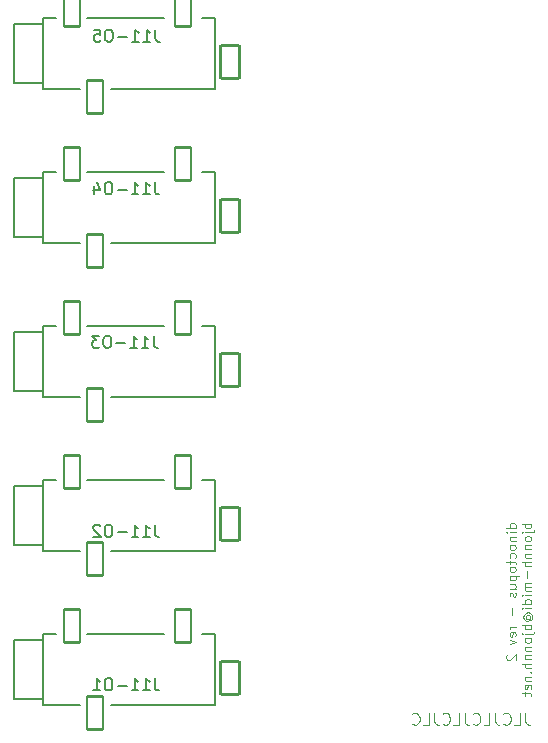
<source format=gbo>
G04 #@! TF.GenerationSoftware,KiCad,Pcbnew,8.0.1*
G04 #@! TF.CreationDate,2024-03-31T18:38:23-05:00*
G04 #@! TF.ProjectId,dinoctopus_v2,64696e6f-6374-46f7-9075-735f76322e6b,rev?*
G04 #@! TF.SameCoordinates,Original*
G04 #@! TF.FileFunction,Legend,Bot*
G04 #@! TF.FilePolarity,Positive*
%FSLAX46Y46*%
G04 Gerber Fmt 4.6, Leading zero omitted, Abs format (unit mm)*
G04 Created by KiCad (PCBNEW 8.0.1) date 2024-03-31 18:38:23*
%MOMM*%
%LPD*%
G01*
G04 APERTURE LIST*
G04 Aperture macros list*
%AMRoundRect*
0 Rectangle with rounded corners*
0 $1 Rounding radius*
0 $2 $3 $4 $5 $6 $7 $8 $9 X,Y pos of 4 corners*
0 Add a 4 corners polygon primitive as box body*
4,1,4,$2,$3,$4,$5,$6,$7,$8,$9,$2,$3,0*
0 Add four circle primitives for the rounded corners*
1,1,$1+$1,$2,$3*
1,1,$1+$1,$4,$5*
1,1,$1+$1,$6,$7*
1,1,$1+$1,$8,$9*
0 Add four rect primitives between the rounded corners*
20,1,$1+$1,$2,$3,$4,$5,0*
20,1,$1+$1,$4,$5,$6,$7,0*
20,1,$1+$1,$6,$7,$8,$9,0*
20,1,$1+$1,$8,$9,$2,$3,0*%
G04 Aperture macros list end*
%ADD10C,0.100000*%
%ADD11C,0.150000*%
%ADD12C,0.127000*%
%ADD13C,1.700000*%
%ADD14R,1.700000X1.700000*%
%ADD15O,1.700000X1.700000*%
%ADD16RoundRect,0.102000X-0.700000X-1.400000X0.700000X-1.400000X0.700000X1.400000X-0.700000X1.400000X0*%
%ADD17RoundRect,0.102000X-0.800000X-1.400000X0.800000X-1.400000X0.800000X1.400000X-0.800000X1.400000X0*%
G04 APERTURE END LIST*
D10*
X70410401Y-98872419D02*
X70410401Y-99586704D01*
X70410401Y-99586704D02*
X70458020Y-99729561D01*
X70458020Y-99729561D02*
X70553258Y-99824800D01*
X70553258Y-99824800D02*
X70696115Y-99872419D01*
X70696115Y-99872419D02*
X70791353Y-99872419D01*
X69458020Y-99872419D02*
X69934210Y-99872419D01*
X69934210Y-99872419D02*
X69934210Y-98872419D01*
X68553258Y-99777180D02*
X68600877Y-99824800D01*
X68600877Y-99824800D02*
X68743734Y-99872419D01*
X68743734Y-99872419D02*
X68838972Y-99872419D01*
X68838972Y-99872419D02*
X68981829Y-99824800D01*
X68981829Y-99824800D02*
X69077067Y-99729561D01*
X69077067Y-99729561D02*
X69124686Y-99634323D01*
X69124686Y-99634323D02*
X69172305Y-99443847D01*
X69172305Y-99443847D02*
X69172305Y-99300990D01*
X69172305Y-99300990D02*
X69124686Y-99110514D01*
X69124686Y-99110514D02*
X69077067Y-99015276D01*
X69077067Y-99015276D02*
X68981829Y-98920038D01*
X68981829Y-98920038D02*
X68838972Y-98872419D01*
X68838972Y-98872419D02*
X68743734Y-98872419D01*
X68743734Y-98872419D02*
X68600877Y-98920038D01*
X68600877Y-98920038D02*
X68553258Y-98967657D01*
X67838972Y-98872419D02*
X67838972Y-99586704D01*
X67838972Y-99586704D02*
X67886591Y-99729561D01*
X67886591Y-99729561D02*
X67981829Y-99824800D01*
X67981829Y-99824800D02*
X68124686Y-99872419D01*
X68124686Y-99872419D02*
X68219924Y-99872419D01*
X66886591Y-99872419D02*
X67362781Y-99872419D01*
X67362781Y-99872419D02*
X67362781Y-98872419D01*
X65981829Y-99777180D02*
X66029448Y-99824800D01*
X66029448Y-99824800D02*
X66172305Y-99872419D01*
X66172305Y-99872419D02*
X66267543Y-99872419D01*
X66267543Y-99872419D02*
X66410400Y-99824800D01*
X66410400Y-99824800D02*
X66505638Y-99729561D01*
X66505638Y-99729561D02*
X66553257Y-99634323D01*
X66553257Y-99634323D02*
X66600876Y-99443847D01*
X66600876Y-99443847D02*
X66600876Y-99300990D01*
X66600876Y-99300990D02*
X66553257Y-99110514D01*
X66553257Y-99110514D02*
X66505638Y-99015276D01*
X66505638Y-99015276D02*
X66410400Y-98920038D01*
X66410400Y-98920038D02*
X66267543Y-98872419D01*
X66267543Y-98872419D02*
X66172305Y-98872419D01*
X66172305Y-98872419D02*
X66029448Y-98920038D01*
X66029448Y-98920038D02*
X65981829Y-98967657D01*
X65267543Y-98872419D02*
X65267543Y-99586704D01*
X65267543Y-99586704D02*
X65315162Y-99729561D01*
X65315162Y-99729561D02*
X65410400Y-99824800D01*
X65410400Y-99824800D02*
X65553257Y-99872419D01*
X65553257Y-99872419D02*
X65648495Y-99872419D01*
X64315162Y-99872419D02*
X64791352Y-99872419D01*
X64791352Y-99872419D02*
X64791352Y-98872419D01*
X63410400Y-99777180D02*
X63458019Y-99824800D01*
X63458019Y-99824800D02*
X63600876Y-99872419D01*
X63600876Y-99872419D02*
X63696114Y-99872419D01*
X63696114Y-99872419D02*
X63838971Y-99824800D01*
X63838971Y-99824800D02*
X63934209Y-99729561D01*
X63934209Y-99729561D02*
X63981828Y-99634323D01*
X63981828Y-99634323D02*
X64029447Y-99443847D01*
X64029447Y-99443847D02*
X64029447Y-99300990D01*
X64029447Y-99300990D02*
X63981828Y-99110514D01*
X63981828Y-99110514D02*
X63934209Y-99015276D01*
X63934209Y-99015276D02*
X63838971Y-98920038D01*
X63838971Y-98920038D02*
X63696114Y-98872419D01*
X63696114Y-98872419D02*
X63600876Y-98872419D01*
X63600876Y-98872419D02*
X63458019Y-98920038D01*
X63458019Y-98920038D02*
X63410400Y-98967657D01*
X62696114Y-98872419D02*
X62696114Y-99586704D01*
X62696114Y-99586704D02*
X62743733Y-99729561D01*
X62743733Y-99729561D02*
X62838971Y-99824800D01*
X62838971Y-99824800D02*
X62981828Y-99872419D01*
X62981828Y-99872419D02*
X63077066Y-99872419D01*
X61743733Y-99872419D02*
X62219923Y-99872419D01*
X62219923Y-99872419D02*
X62219923Y-98872419D01*
X60838971Y-99777180D02*
X60886590Y-99824800D01*
X60886590Y-99824800D02*
X61029447Y-99872419D01*
X61029447Y-99872419D02*
X61124685Y-99872419D01*
X61124685Y-99872419D02*
X61267542Y-99824800D01*
X61267542Y-99824800D02*
X61362780Y-99729561D01*
X61362780Y-99729561D02*
X61410399Y-99634323D01*
X61410399Y-99634323D02*
X61458018Y-99443847D01*
X61458018Y-99443847D02*
X61458018Y-99300990D01*
X61458018Y-99300990D02*
X61410399Y-99110514D01*
X61410399Y-99110514D02*
X61362780Y-99015276D01*
X61362780Y-99015276D02*
X61267542Y-98920038D01*
X61267542Y-98920038D02*
X61124685Y-98872419D01*
X61124685Y-98872419D02*
X61029447Y-98872419D01*
X61029447Y-98872419D02*
X60886590Y-98920038D01*
X60886590Y-98920038D02*
X60838971Y-98967657D01*
X69608940Y-83199122D02*
X68808940Y-83199122D01*
X69570845Y-83199122D02*
X69608940Y-83122931D01*
X69608940Y-83122931D02*
X69608940Y-82970550D01*
X69608940Y-82970550D02*
X69570845Y-82894360D01*
X69570845Y-82894360D02*
X69532749Y-82856265D01*
X69532749Y-82856265D02*
X69456559Y-82818169D01*
X69456559Y-82818169D02*
X69227987Y-82818169D01*
X69227987Y-82818169D02*
X69151797Y-82856265D01*
X69151797Y-82856265D02*
X69113702Y-82894360D01*
X69113702Y-82894360D02*
X69075606Y-82970550D01*
X69075606Y-82970550D02*
X69075606Y-83122931D01*
X69075606Y-83122931D02*
X69113702Y-83199122D01*
X69608940Y-83580075D02*
X69075606Y-83580075D01*
X68808940Y-83580075D02*
X68847035Y-83541979D01*
X68847035Y-83541979D02*
X68885130Y-83580075D01*
X68885130Y-83580075D02*
X68847035Y-83618170D01*
X68847035Y-83618170D02*
X68808940Y-83580075D01*
X68808940Y-83580075D02*
X68885130Y-83580075D01*
X69075606Y-83961027D02*
X69608940Y-83961027D01*
X69151797Y-83961027D02*
X69113702Y-83999122D01*
X69113702Y-83999122D02*
X69075606Y-84075312D01*
X69075606Y-84075312D02*
X69075606Y-84189598D01*
X69075606Y-84189598D02*
X69113702Y-84265789D01*
X69113702Y-84265789D02*
X69189892Y-84303884D01*
X69189892Y-84303884D02*
X69608940Y-84303884D01*
X69608940Y-84799122D02*
X69570845Y-84722932D01*
X69570845Y-84722932D02*
X69532749Y-84684837D01*
X69532749Y-84684837D02*
X69456559Y-84646741D01*
X69456559Y-84646741D02*
X69227987Y-84646741D01*
X69227987Y-84646741D02*
X69151797Y-84684837D01*
X69151797Y-84684837D02*
X69113702Y-84722932D01*
X69113702Y-84722932D02*
X69075606Y-84799122D01*
X69075606Y-84799122D02*
X69075606Y-84913408D01*
X69075606Y-84913408D02*
X69113702Y-84989599D01*
X69113702Y-84989599D02*
X69151797Y-85027694D01*
X69151797Y-85027694D02*
X69227987Y-85065789D01*
X69227987Y-85065789D02*
X69456559Y-85065789D01*
X69456559Y-85065789D02*
X69532749Y-85027694D01*
X69532749Y-85027694D02*
X69570845Y-84989599D01*
X69570845Y-84989599D02*
X69608940Y-84913408D01*
X69608940Y-84913408D02*
X69608940Y-84799122D01*
X69570845Y-85751504D02*
X69608940Y-85675313D01*
X69608940Y-85675313D02*
X69608940Y-85522932D01*
X69608940Y-85522932D02*
X69570845Y-85446742D01*
X69570845Y-85446742D02*
X69532749Y-85408647D01*
X69532749Y-85408647D02*
X69456559Y-85370551D01*
X69456559Y-85370551D02*
X69227987Y-85370551D01*
X69227987Y-85370551D02*
X69151797Y-85408647D01*
X69151797Y-85408647D02*
X69113702Y-85446742D01*
X69113702Y-85446742D02*
X69075606Y-85522932D01*
X69075606Y-85522932D02*
X69075606Y-85675313D01*
X69075606Y-85675313D02*
X69113702Y-85751504D01*
X69075606Y-85980075D02*
X69075606Y-86284837D01*
X68808940Y-86094361D02*
X69494654Y-86094361D01*
X69494654Y-86094361D02*
X69570845Y-86132456D01*
X69570845Y-86132456D02*
X69608940Y-86208646D01*
X69608940Y-86208646D02*
X69608940Y-86284837D01*
X69608940Y-86665789D02*
X69570845Y-86589599D01*
X69570845Y-86589599D02*
X69532749Y-86551504D01*
X69532749Y-86551504D02*
X69456559Y-86513408D01*
X69456559Y-86513408D02*
X69227987Y-86513408D01*
X69227987Y-86513408D02*
X69151797Y-86551504D01*
X69151797Y-86551504D02*
X69113702Y-86589599D01*
X69113702Y-86589599D02*
X69075606Y-86665789D01*
X69075606Y-86665789D02*
X69075606Y-86780075D01*
X69075606Y-86780075D02*
X69113702Y-86856266D01*
X69113702Y-86856266D02*
X69151797Y-86894361D01*
X69151797Y-86894361D02*
X69227987Y-86932456D01*
X69227987Y-86932456D02*
X69456559Y-86932456D01*
X69456559Y-86932456D02*
X69532749Y-86894361D01*
X69532749Y-86894361D02*
X69570845Y-86856266D01*
X69570845Y-86856266D02*
X69608940Y-86780075D01*
X69608940Y-86780075D02*
X69608940Y-86665789D01*
X69075606Y-87275314D02*
X69875606Y-87275314D01*
X69113702Y-87275314D02*
X69075606Y-87351504D01*
X69075606Y-87351504D02*
X69075606Y-87503885D01*
X69075606Y-87503885D02*
X69113702Y-87580076D01*
X69113702Y-87580076D02*
X69151797Y-87618171D01*
X69151797Y-87618171D02*
X69227987Y-87656266D01*
X69227987Y-87656266D02*
X69456559Y-87656266D01*
X69456559Y-87656266D02*
X69532749Y-87618171D01*
X69532749Y-87618171D02*
X69570845Y-87580076D01*
X69570845Y-87580076D02*
X69608940Y-87503885D01*
X69608940Y-87503885D02*
X69608940Y-87351504D01*
X69608940Y-87351504D02*
X69570845Y-87275314D01*
X69075606Y-88341981D02*
X69608940Y-88341981D01*
X69075606Y-87999124D02*
X69494654Y-87999124D01*
X69494654Y-87999124D02*
X69570845Y-88037219D01*
X69570845Y-88037219D02*
X69608940Y-88113409D01*
X69608940Y-88113409D02*
X69608940Y-88227695D01*
X69608940Y-88227695D02*
X69570845Y-88303886D01*
X69570845Y-88303886D02*
X69532749Y-88341981D01*
X69570845Y-88684838D02*
X69608940Y-88761029D01*
X69608940Y-88761029D02*
X69608940Y-88913410D01*
X69608940Y-88913410D02*
X69570845Y-88989600D01*
X69570845Y-88989600D02*
X69494654Y-89027696D01*
X69494654Y-89027696D02*
X69456559Y-89027696D01*
X69456559Y-89027696D02*
X69380368Y-88989600D01*
X69380368Y-88989600D02*
X69342273Y-88913410D01*
X69342273Y-88913410D02*
X69342273Y-88799124D01*
X69342273Y-88799124D02*
X69304178Y-88722934D01*
X69304178Y-88722934D02*
X69227987Y-88684838D01*
X69227987Y-88684838D02*
X69189892Y-88684838D01*
X69189892Y-88684838D02*
X69113702Y-88722934D01*
X69113702Y-88722934D02*
X69075606Y-88799124D01*
X69075606Y-88799124D02*
X69075606Y-88913410D01*
X69075606Y-88913410D02*
X69113702Y-88989600D01*
X69304178Y-89980077D02*
X69304178Y-90589601D01*
X69608940Y-91580077D02*
X69075606Y-91580077D01*
X69227987Y-91580077D02*
X69151797Y-91618172D01*
X69151797Y-91618172D02*
X69113702Y-91656267D01*
X69113702Y-91656267D02*
X69075606Y-91732458D01*
X69075606Y-91732458D02*
X69075606Y-91808648D01*
X69570845Y-92380077D02*
X69608940Y-92303886D01*
X69608940Y-92303886D02*
X69608940Y-92151505D01*
X69608940Y-92151505D02*
X69570845Y-92075315D01*
X69570845Y-92075315D02*
X69494654Y-92037219D01*
X69494654Y-92037219D02*
X69189892Y-92037219D01*
X69189892Y-92037219D02*
X69113702Y-92075315D01*
X69113702Y-92075315D02*
X69075606Y-92151505D01*
X69075606Y-92151505D02*
X69075606Y-92303886D01*
X69075606Y-92303886D02*
X69113702Y-92380077D01*
X69113702Y-92380077D02*
X69189892Y-92418172D01*
X69189892Y-92418172D02*
X69266083Y-92418172D01*
X69266083Y-92418172D02*
X69342273Y-92037219D01*
X69075606Y-92684838D02*
X69608940Y-92875314D01*
X69608940Y-92875314D02*
X69075606Y-93065791D01*
X68885130Y-93941981D02*
X68847035Y-93980077D01*
X68847035Y-93980077D02*
X68808940Y-94056267D01*
X68808940Y-94056267D02*
X68808940Y-94246743D01*
X68808940Y-94246743D02*
X68847035Y-94322934D01*
X68847035Y-94322934D02*
X68885130Y-94361029D01*
X68885130Y-94361029D02*
X68961321Y-94399124D01*
X68961321Y-94399124D02*
X69037511Y-94399124D01*
X69037511Y-94399124D02*
X69151797Y-94361029D01*
X69151797Y-94361029D02*
X69608940Y-93903886D01*
X69608940Y-93903886D02*
X69608940Y-94399124D01*
X70896895Y-82856265D02*
X70096895Y-82856265D01*
X70401657Y-82856265D02*
X70363561Y-82932455D01*
X70363561Y-82932455D02*
X70363561Y-83084836D01*
X70363561Y-83084836D02*
X70401657Y-83161027D01*
X70401657Y-83161027D02*
X70439752Y-83199122D01*
X70439752Y-83199122D02*
X70515942Y-83237217D01*
X70515942Y-83237217D02*
X70744514Y-83237217D01*
X70744514Y-83237217D02*
X70820704Y-83199122D01*
X70820704Y-83199122D02*
X70858800Y-83161027D01*
X70858800Y-83161027D02*
X70896895Y-83084836D01*
X70896895Y-83084836D02*
X70896895Y-82932455D01*
X70896895Y-82932455D02*
X70858800Y-82856265D01*
X70363561Y-83580075D02*
X71049276Y-83580075D01*
X71049276Y-83580075D02*
X71125466Y-83541979D01*
X71125466Y-83541979D02*
X71163561Y-83465789D01*
X71163561Y-83465789D02*
X71163561Y-83427694D01*
X70096895Y-83580075D02*
X70134990Y-83541979D01*
X70134990Y-83541979D02*
X70173085Y-83580075D01*
X70173085Y-83580075D02*
X70134990Y-83618170D01*
X70134990Y-83618170D02*
X70096895Y-83580075D01*
X70096895Y-83580075D02*
X70173085Y-83580075D01*
X70896895Y-84075312D02*
X70858800Y-83999122D01*
X70858800Y-83999122D02*
X70820704Y-83961027D01*
X70820704Y-83961027D02*
X70744514Y-83922931D01*
X70744514Y-83922931D02*
X70515942Y-83922931D01*
X70515942Y-83922931D02*
X70439752Y-83961027D01*
X70439752Y-83961027D02*
X70401657Y-83999122D01*
X70401657Y-83999122D02*
X70363561Y-84075312D01*
X70363561Y-84075312D02*
X70363561Y-84189598D01*
X70363561Y-84189598D02*
X70401657Y-84265789D01*
X70401657Y-84265789D02*
X70439752Y-84303884D01*
X70439752Y-84303884D02*
X70515942Y-84341979D01*
X70515942Y-84341979D02*
X70744514Y-84341979D01*
X70744514Y-84341979D02*
X70820704Y-84303884D01*
X70820704Y-84303884D02*
X70858800Y-84265789D01*
X70858800Y-84265789D02*
X70896895Y-84189598D01*
X70896895Y-84189598D02*
X70896895Y-84075312D01*
X70363561Y-84684837D02*
X70896895Y-84684837D01*
X70439752Y-84684837D02*
X70401657Y-84722932D01*
X70401657Y-84722932D02*
X70363561Y-84799122D01*
X70363561Y-84799122D02*
X70363561Y-84913408D01*
X70363561Y-84913408D02*
X70401657Y-84989599D01*
X70401657Y-84989599D02*
X70477847Y-85027694D01*
X70477847Y-85027694D02*
X70896895Y-85027694D01*
X70363561Y-85408647D02*
X70896895Y-85408647D01*
X70439752Y-85408647D02*
X70401657Y-85446742D01*
X70401657Y-85446742D02*
X70363561Y-85522932D01*
X70363561Y-85522932D02*
X70363561Y-85637218D01*
X70363561Y-85637218D02*
X70401657Y-85713409D01*
X70401657Y-85713409D02*
X70477847Y-85751504D01*
X70477847Y-85751504D02*
X70896895Y-85751504D01*
X70896895Y-86132457D02*
X70096895Y-86132457D01*
X70896895Y-86475314D02*
X70477847Y-86475314D01*
X70477847Y-86475314D02*
X70401657Y-86437219D01*
X70401657Y-86437219D02*
X70363561Y-86361028D01*
X70363561Y-86361028D02*
X70363561Y-86246742D01*
X70363561Y-86246742D02*
X70401657Y-86170552D01*
X70401657Y-86170552D02*
X70439752Y-86132457D01*
X70592133Y-86856267D02*
X70592133Y-87465791D01*
X70896895Y-87846743D02*
X70363561Y-87846743D01*
X70439752Y-87846743D02*
X70401657Y-87884838D01*
X70401657Y-87884838D02*
X70363561Y-87961028D01*
X70363561Y-87961028D02*
X70363561Y-88075314D01*
X70363561Y-88075314D02*
X70401657Y-88151505D01*
X70401657Y-88151505D02*
X70477847Y-88189600D01*
X70477847Y-88189600D02*
X70896895Y-88189600D01*
X70477847Y-88189600D02*
X70401657Y-88227695D01*
X70401657Y-88227695D02*
X70363561Y-88303886D01*
X70363561Y-88303886D02*
X70363561Y-88418171D01*
X70363561Y-88418171D02*
X70401657Y-88494362D01*
X70401657Y-88494362D02*
X70477847Y-88532457D01*
X70477847Y-88532457D02*
X70896895Y-88532457D01*
X70896895Y-88913410D02*
X70363561Y-88913410D01*
X70096895Y-88913410D02*
X70134990Y-88875314D01*
X70134990Y-88875314D02*
X70173085Y-88913410D01*
X70173085Y-88913410D02*
X70134990Y-88951505D01*
X70134990Y-88951505D02*
X70096895Y-88913410D01*
X70096895Y-88913410D02*
X70173085Y-88913410D01*
X70896895Y-89637219D02*
X70096895Y-89637219D01*
X70858800Y-89637219D02*
X70896895Y-89561028D01*
X70896895Y-89561028D02*
X70896895Y-89408647D01*
X70896895Y-89408647D02*
X70858800Y-89332457D01*
X70858800Y-89332457D02*
X70820704Y-89294362D01*
X70820704Y-89294362D02*
X70744514Y-89256266D01*
X70744514Y-89256266D02*
X70515942Y-89256266D01*
X70515942Y-89256266D02*
X70439752Y-89294362D01*
X70439752Y-89294362D02*
X70401657Y-89332457D01*
X70401657Y-89332457D02*
X70363561Y-89408647D01*
X70363561Y-89408647D02*
X70363561Y-89561028D01*
X70363561Y-89561028D02*
X70401657Y-89637219D01*
X70896895Y-90018172D02*
X70363561Y-90018172D01*
X70096895Y-90018172D02*
X70134990Y-89980076D01*
X70134990Y-89980076D02*
X70173085Y-90018172D01*
X70173085Y-90018172D02*
X70134990Y-90056267D01*
X70134990Y-90056267D02*
X70096895Y-90018172D01*
X70096895Y-90018172D02*
X70173085Y-90018172D01*
X70515942Y-90894362D02*
X70477847Y-90856267D01*
X70477847Y-90856267D02*
X70439752Y-90780076D01*
X70439752Y-90780076D02*
X70439752Y-90703886D01*
X70439752Y-90703886D02*
X70477847Y-90627695D01*
X70477847Y-90627695D02*
X70515942Y-90589600D01*
X70515942Y-90589600D02*
X70592133Y-90551505D01*
X70592133Y-90551505D02*
X70668323Y-90551505D01*
X70668323Y-90551505D02*
X70744514Y-90589600D01*
X70744514Y-90589600D02*
X70782609Y-90627695D01*
X70782609Y-90627695D02*
X70820704Y-90703886D01*
X70820704Y-90703886D02*
X70820704Y-90780076D01*
X70820704Y-90780076D02*
X70782609Y-90856267D01*
X70782609Y-90856267D02*
X70744514Y-90894362D01*
X70439752Y-90894362D02*
X70744514Y-90894362D01*
X70744514Y-90894362D02*
X70782609Y-90932457D01*
X70782609Y-90932457D02*
X70782609Y-90970552D01*
X70782609Y-90970552D02*
X70744514Y-91046743D01*
X70744514Y-91046743D02*
X70668323Y-91084838D01*
X70668323Y-91084838D02*
X70477847Y-91084838D01*
X70477847Y-91084838D02*
X70363561Y-91008648D01*
X70363561Y-91008648D02*
X70287371Y-90894362D01*
X70287371Y-90894362D02*
X70249276Y-90741981D01*
X70249276Y-90741981D02*
X70287371Y-90589600D01*
X70287371Y-90589600D02*
X70363561Y-90475314D01*
X70363561Y-90475314D02*
X70477847Y-90399124D01*
X70477847Y-90399124D02*
X70630228Y-90361028D01*
X70630228Y-90361028D02*
X70782609Y-90399124D01*
X70782609Y-90399124D02*
X70896895Y-90475314D01*
X70896895Y-90475314D02*
X70973085Y-90589600D01*
X70973085Y-90589600D02*
X71011180Y-90741981D01*
X71011180Y-90741981D02*
X70973085Y-90894362D01*
X70973085Y-90894362D02*
X70896895Y-91008648D01*
X70896895Y-91427695D02*
X70096895Y-91427695D01*
X70401657Y-91427695D02*
X70363561Y-91503885D01*
X70363561Y-91503885D02*
X70363561Y-91656266D01*
X70363561Y-91656266D02*
X70401657Y-91732457D01*
X70401657Y-91732457D02*
X70439752Y-91770552D01*
X70439752Y-91770552D02*
X70515942Y-91808647D01*
X70515942Y-91808647D02*
X70744514Y-91808647D01*
X70744514Y-91808647D02*
X70820704Y-91770552D01*
X70820704Y-91770552D02*
X70858800Y-91732457D01*
X70858800Y-91732457D02*
X70896895Y-91656266D01*
X70896895Y-91656266D02*
X70896895Y-91503885D01*
X70896895Y-91503885D02*
X70858800Y-91427695D01*
X70363561Y-92151505D02*
X71049276Y-92151505D01*
X71049276Y-92151505D02*
X71125466Y-92113409D01*
X71125466Y-92113409D02*
X71163561Y-92037219D01*
X71163561Y-92037219D02*
X71163561Y-91999124D01*
X70096895Y-92151505D02*
X70134990Y-92113409D01*
X70134990Y-92113409D02*
X70173085Y-92151505D01*
X70173085Y-92151505D02*
X70134990Y-92189600D01*
X70134990Y-92189600D02*
X70096895Y-92151505D01*
X70096895Y-92151505D02*
X70173085Y-92151505D01*
X70896895Y-92646742D02*
X70858800Y-92570552D01*
X70858800Y-92570552D02*
X70820704Y-92532457D01*
X70820704Y-92532457D02*
X70744514Y-92494361D01*
X70744514Y-92494361D02*
X70515942Y-92494361D01*
X70515942Y-92494361D02*
X70439752Y-92532457D01*
X70439752Y-92532457D02*
X70401657Y-92570552D01*
X70401657Y-92570552D02*
X70363561Y-92646742D01*
X70363561Y-92646742D02*
X70363561Y-92761028D01*
X70363561Y-92761028D02*
X70401657Y-92837219D01*
X70401657Y-92837219D02*
X70439752Y-92875314D01*
X70439752Y-92875314D02*
X70515942Y-92913409D01*
X70515942Y-92913409D02*
X70744514Y-92913409D01*
X70744514Y-92913409D02*
X70820704Y-92875314D01*
X70820704Y-92875314D02*
X70858800Y-92837219D01*
X70858800Y-92837219D02*
X70896895Y-92761028D01*
X70896895Y-92761028D02*
X70896895Y-92646742D01*
X70363561Y-93256267D02*
X70896895Y-93256267D01*
X70439752Y-93256267D02*
X70401657Y-93294362D01*
X70401657Y-93294362D02*
X70363561Y-93370552D01*
X70363561Y-93370552D02*
X70363561Y-93484838D01*
X70363561Y-93484838D02*
X70401657Y-93561029D01*
X70401657Y-93561029D02*
X70477847Y-93599124D01*
X70477847Y-93599124D02*
X70896895Y-93599124D01*
X70363561Y-93980077D02*
X70896895Y-93980077D01*
X70439752Y-93980077D02*
X70401657Y-94018172D01*
X70401657Y-94018172D02*
X70363561Y-94094362D01*
X70363561Y-94094362D02*
X70363561Y-94208648D01*
X70363561Y-94208648D02*
X70401657Y-94284839D01*
X70401657Y-94284839D02*
X70477847Y-94322934D01*
X70477847Y-94322934D02*
X70896895Y-94322934D01*
X70896895Y-94703887D02*
X70096895Y-94703887D01*
X70896895Y-95046744D02*
X70477847Y-95046744D01*
X70477847Y-95046744D02*
X70401657Y-95008649D01*
X70401657Y-95008649D02*
X70363561Y-94932458D01*
X70363561Y-94932458D02*
X70363561Y-94818172D01*
X70363561Y-94818172D02*
X70401657Y-94741982D01*
X70401657Y-94741982D02*
X70439752Y-94703887D01*
X70820704Y-95427697D02*
X70858800Y-95465792D01*
X70858800Y-95465792D02*
X70896895Y-95427697D01*
X70896895Y-95427697D02*
X70858800Y-95389601D01*
X70858800Y-95389601D02*
X70820704Y-95427697D01*
X70820704Y-95427697D02*
X70896895Y-95427697D01*
X70363561Y-95808649D02*
X70896895Y-95808649D01*
X70439752Y-95808649D02*
X70401657Y-95846744D01*
X70401657Y-95846744D02*
X70363561Y-95922934D01*
X70363561Y-95922934D02*
X70363561Y-96037220D01*
X70363561Y-96037220D02*
X70401657Y-96113411D01*
X70401657Y-96113411D02*
X70477847Y-96151506D01*
X70477847Y-96151506D02*
X70896895Y-96151506D01*
X70858800Y-96837221D02*
X70896895Y-96761030D01*
X70896895Y-96761030D02*
X70896895Y-96608649D01*
X70896895Y-96608649D02*
X70858800Y-96532459D01*
X70858800Y-96532459D02*
X70782609Y-96494363D01*
X70782609Y-96494363D02*
X70477847Y-96494363D01*
X70477847Y-96494363D02*
X70401657Y-96532459D01*
X70401657Y-96532459D02*
X70363561Y-96608649D01*
X70363561Y-96608649D02*
X70363561Y-96761030D01*
X70363561Y-96761030D02*
X70401657Y-96837221D01*
X70401657Y-96837221D02*
X70477847Y-96875316D01*
X70477847Y-96875316D02*
X70554038Y-96875316D01*
X70554038Y-96875316D02*
X70630228Y-96494363D01*
X70363561Y-97103887D02*
X70363561Y-97408649D01*
X70096895Y-97218173D02*
X70782609Y-97218173D01*
X70782609Y-97218173D02*
X70858800Y-97256268D01*
X70858800Y-97256268D02*
X70896895Y-97332458D01*
X70896895Y-97332458D02*
X70896895Y-97408649D01*
D11*
X39057610Y-41027397D02*
X39057610Y-41742892D01*
X39057610Y-41742892D02*
X39105310Y-41885991D01*
X39105310Y-41885991D02*
X39200709Y-41981391D01*
X39200709Y-41981391D02*
X39343808Y-42029090D01*
X39343808Y-42029090D02*
X39439208Y-42029090D01*
X38055917Y-42029090D02*
X38628313Y-42029090D01*
X38342115Y-42029090D02*
X38342115Y-41027397D01*
X38342115Y-41027397D02*
X38437514Y-41170496D01*
X38437514Y-41170496D02*
X38532914Y-41265896D01*
X38532914Y-41265896D02*
X38628313Y-41313595D01*
X37101924Y-42029090D02*
X37674320Y-42029090D01*
X37388122Y-42029090D02*
X37388122Y-41027397D01*
X37388122Y-41027397D02*
X37483521Y-41170496D01*
X37483521Y-41170496D02*
X37578921Y-41265896D01*
X37578921Y-41265896D02*
X37674320Y-41313595D01*
X36672627Y-41647493D02*
X35909433Y-41647493D01*
X35241638Y-41027397D02*
X35050839Y-41027397D01*
X35050839Y-41027397D02*
X34955440Y-41075097D01*
X34955440Y-41075097D02*
X34860040Y-41170496D01*
X34860040Y-41170496D02*
X34812341Y-41361295D01*
X34812341Y-41361295D02*
X34812341Y-41695193D01*
X34812341Y-41695193D02*
X34860040Y-41885991D01*
X34860040Y-41885991D02*
X34955440Y-41981391D01*
X34955440Y-41981391D02*
X35050839Y-42029090D01*
X35050839Y-42029090D02*
X35241638Y-42029090D01*
X35241638Y-42029090D02*
X35337037Y-41981391D01*
X35337037Y-41981391D02*
X35432436Y-41885991D01*
X35432436Y-41885991D02*
X35480136Y-41695193D01*
X35480136Y-41695193D02*
X35480136Y-41361295D01*
X35480136Y-41361295D02*
X35432436Y-41170496D01*
X35432436Y-41170496D02*
X35337037Y-41075097D01*
X35337037Y-41075097D02*
X35241638Y-41027397D01*
X33906047Y-41027397D02*
X34383043Y-41027397D01*
X34383043Y-41027397D02*
X34430743Y-41504394D01*
X34430743Y-41504394D02*
X34383043Y-41456694D01*
X34383043Y-41456694D02*
X34287644Y-41408995D01*
X34287644Y-41408995D02*
X34049146Y-41408995D01*
X34049146Y-41408995D02*
X33953746Y-41456694D01*
X33953746Y-41456694D02*
X33906047Y-41504394D01*
X33906047Y-41504394D02*
X33858347Y-41599793D01*
X33858347Y-41599793D02*
X33858347Y-41838292D01*
X33858347Y-41838292D02*
X33906047Y-41933691D01*
X33906047Y-41933691D02*
X33953746Y-41981391D01*
X33953746Y-41981391D02*
X34049146Y-42029090D01*
X34049146Y-42029090D02*
X34287644Y-42029090D01*
X34287644Y-42029090D02*
X34383043Y-41981391D01*
X34383043Y-41981391D02*
X34430743Y-41933691D01*
X39032682Y-53953909D02*
X39032682Y-54669404D01*
X39032682Y-54669404D02*
X39080382Y-54812503D01*
X39080382Y-54812503D02*
X39175781Y-54907903D01*
X39175781Y-54907903D02*
X39318880Y-54955602D01*
X39318880Y-54955602D02*
X39414280Y-54955602D01*
X38030989Y-54955602D02*
X38603385Y-54955602D01*
X38317187Y-54955602D02*
X38317187Y-53953909D01*
X38317187Y-53953909D02*
X38412586Y-54097008D01*
X38412586Y-54097008D02*
X38507986Y-54192408D01*
X38507986Y-54192408D02*
X38603385Y-54240107D01*
X37076996Y-54955602D02*
X37649392Y-54955602D01*
X37363194Y-54955602D02*
X37363194Y-53953909D01*
X37363194Y-53953909D02*
X37458593Y-54097008D01*
X37458593Y-54097008D02*
X37553993Y-54192408D01*
X37553993Y-54192408D02*
X37649392Y-54240107D01*
X36647699Y-54574005D02*
X35884505Y-54574005D01*
X35216710Y-53953909D02*
X35025911Y-53953909D01*
X35025911Y-53953909D02*
X34930512Y-54001609D01*
X34930512Y-54001609D02*
X34835112Y-54097008D01*
X34835112Y-54097008D02*
X34787413Y-54287807D01*
X34787413Y-54287807D02*
X34787413Y-54621705D01*
X34787413Y-54621705D02*
X34835112Y-54812503D01*
X34835112Y-54812503D02*
X34930512Y-54907903D01*
X34930512Y-54907903D02*
X35025911Y-54955602D01*
X35025911Y-54955602D02*
X35216710Y-54955602D01*
X35216710Y-54955602D02*
X35312109Y-54907903D01*
X35312109Y-54907903D02*
X35407508Y-54812503D01*
X35407508Y-54812503D02*
X35455208Y-54621705D01*
X35455208Y-54621705D02*
X35455208Y-54287807D01*
X35455208Y-54287807D02*
X35407508Y-54097008D01*
X35407508Y-54097008D02*
X35312109Y-54001609D01*
X35312109Y-54001609D02*
X35216710Y-53953909D01*
X33928818Y-54287807D02*
X33928818Y-54955602D01*
X34167317Y-53906210D02*
X34405815Y-54621705D01*
X34405815Y-54621705D02*
X33785719Y-54621705D01*
X38932682Y-66953909D02*
X38932682Y-67669404D01*
X38932682Y-67669404D02*
X38980382Y-67812503D01*
X38980382Y-67812503D02*
X39075781Y-67907903D01*
X39075781Y-67907903D02*
X39218880Y-67955602D01*
X39218880Y-67955602D02*
X39314280Y-67955602D01*
X37930989Y-67955602D02*
X38503385Y-67955602D01*
X38217187Y-67955602D02*
X38217187Y-66953909D01*
X38217187Y-66953909D02*
X38312586Y-67097008D01*
X38312586Y-67097008D02*
X38407986Y-67192408D01*
X38407986Y-67192408D02*
X38503385Y-67240107D01*
X36976996Y-67955602D02*
X37549392Y-67955602D01*
X37263194Y-67955602D02*
X37263194Y-66953909D01*
X37263194Y-66953909D02*
X37358593Y-67097008D01*
X37358593Y-67097008D02*
X37453993Y-67192408D01*
X37453993Y-67192408D02*
X37549392Y-67240107D01*
X36547699Y-67574005D02*
X35784505Y-67574005D01*
X35116710Y-66953909D02*
X34925911Y-66953909D01*
X34925911Y-66953909D02*
X34830512Y-67001609D01*
X34830512Y-67001609D02*
X34735112Y-67097008D01*
X34735112Y-67097008D02*
X34687413Y-67287807D01*
X34687413Y-67287807D02*
X34687413Y-67621705D01*
X34687413Y-67621705D02*
X34735112Y-67812503D01*
X34735112Y-67812503D02*
X34830512Y-67907903D01*
X34830512Y-67907903D02*
X34925911Y-67955602D01*
X34925911Y-67955602D02*
X35116710Y-67955602D01*
X35116710Y-67955602D02*
X35212109Y-67907903D01*
X35212109Y-67907903D02*
X35307508Y-67812503D01*
X35307508Y-67812503D02*
X35355208Y-67621705D01*
X35355208Y-67621705D02*
X35355208Y-67287807D01*
X35355208Y-67287807D02*
X35307508Y-67097008D01*
X35307508Y-67097008D02*
X35212109Y-67001609D01*
X35212109Y-67001609D02*
X35116710Y-66953909D01*
X34353515Y-66953909D02*
X33733419Y-66953909D01*
X33733419Y-66953909D02*
X34067317Y-67335507D01*
X34067317Y-67335507D02*
X33924218Y-67335507D01*
X33924218Y-67335507D02*
X33828818Y-67383206D01*
X33828818Y-67383206D02*
X33781119Y-67430906D01*
X33781119Y-67430906D02*
X33733419Y-67526305D01*
X33733419Y-67526305D02*
X33733419Y-67764804D01*
X33733419Y-67764804D02*
X33781119Y-67860203D01*
X33781119Y-67860203D02*
X33828818Y-67907903D01*
X33828818Y-67907903D02*
X33924218Y-67955602D01*
X33924218Y-67955602D02*
X34210416Y-67955602D01*
X34210416Y-67955602D02*
X34305815Y-67907903D01*
X34305815Y-67907903D02*
X34353515Y-67860203D01*
X39032682Y-95953909D02*
X39032682Y-96669404D01*
X39032682Y-96669404D02*
X39080382Y-96812503D01*
X39080382Y-96812503D02*
X39175781Y-96907903D01*
X39175781Y-96907903D02*
X39318880Y-96955602D01*
X39318880Y-96955602D02*
X39414280Y-96955602D01*
X38030989Y-96955602D02*
X38603385Y-96955602D01*
X38317187Y-96955602D02*
X38317187Y-95953909D01*
X38317187Y-95953909D02*
X38412586Y-96097008D01*
X38412586Y-96097008D02*
X38507986Y-96192408D01*
X38507986Y-96192408D02*
X38603385Y-96240107D01*
X37076996Y-96955602D02*
X37649392Y-96955602D01*
X37363194Y-96955602D02*
X37363194Y-95953909D01*
X37363194Y-95953909D02*
X37458593Y-96097008D01*
X37458593Y-96097008D02*
X37553993Y-96192408D01*
X37553993Y-96192408D02*
X37649392Y-96240107D01*
X36647699Y-96574005D02*
X35884505Y-96574005D01*
X35216710Y-95953909D02*
X35025911Y-95953909D01*
X35025911Y-95953909D02*
X34930512Y-96001609D01*
X34930512Y-96001609D02*
X34835112Y-96097008D01*
X34835112Y-96097008D02*
X34787413Y-96287807D01*
X34787413Y-96287807D02*
X34787413Y-96621705D01*
X34787413Y-96621705D02*
X34835112Y-96812503D01*
X34835112Y-96812503D02*
X34930512Y-96907903D01*
X34930512Y-96907903D02*
X35025911Y-96955602D01*
X35025911Y-96955602D02*
X35216710Y-96955602D01*
X35216710Y-96955602D02*
X35312109Y-96907903D01*
X35312109Y-96907903D02*
X35407508Y-96812503D01*
X35407508Y-96812503D02*
X35455208Y-96621705D01*
X35455208Y-96621705D02*
X35455208Y-96287807D01*
X35455208Y-96287807D02*
X35407508Y-96097008D01*
X35407508Y-96097008D02*
X35312109Y-96001609D01*
X35312109Y-96001609D02*
X35216710Y-95953909D01*
X33833419Y-96955602D02*
X34405815Y-96955602D01*
X34119617Y-96955602D02*
X34119617Y-95953909D01*
X34119617Y-95953909D02*
X34215016Y-96097008D01*
X34215016Y-96097008D02*
X34310416Y-96192408D01*
X34310416Y-96192408D02*
X34405815Y-96240107D01*
X39032682Y-82953909D02*
X39032682Y-83669404D01*
X39032682Y-83669404D02*
X39080382Y-83812503D01*
X39080382Y-83812503D02*
X39175781Y-83907903D01*
X39175781Y-83907903D02*
X39318880Y-83955602D01*
X39318880Y-83955602D02*
X39414280Y-83955602D01*
X38030989Y-83955602D02*
X38603385Y-83955602D01*
X38317187Y-83955602D02*
X38317187Y-82953909D01*
X38317187Y-82953909D02*
X38412586Y-83097008D01*
X38412586Y-83097008D02*
X38507986Y-83192408D01*
X38507986Y-83192408D02*
X38603385Y-83240107D01*
X37076996Y-83955602D02*
X37649392Y-83955602D01*
X37363194Y-83955602D02*
X37363194Y-82953909D01*
X37363194Y-82953909D02*
X37458593Y-83097008D01*
X37458593Y-83097008D02*
X37553993Y-83192408D01*
X37553993Y-83192408D02*
X37649392Y-83240107D01*
X36647699Y-83574005D02*
X35884505Y-83574005D01*
X35216710Y-82953909D02*
X35025911Y-82953909D01*
X35025911Y-82953909D02*
X34930512Y-83001609D01*
X34930512Y-83001609D02*
X34835112Y-83097008D01*
X34835112Y-83097008D02*
X34787413Y-83287807D01*
X34787413Y-83287807D02*
X34787413Y-83621705D01*
X34787413Y-83621705D02*
X34835112Y-83812503D01*
X34835112Y-83812503D02*
X34930512Y-83907903D01*
X34930512Y-83907903D02*
X35025911Y-83955602D01*
X35025911Y-83955602D02*
X35216710Y-83955602D01*
X35216710Y-83955602D02*
X35312109Y-83907903D01*
X35312109Y-83907903D02*
X35407508Y-83812503D01*
X35407508Y-83812503D02*
X35455208Y-83621705D01*
X35455208Y-83621705D02*
X35455208Y-83287807D01*
X35455208Y-83287807D02*
X35407508Y-83097008D01*
X35407508Y-83097008D02*
X35312109Y-83001609D01*
X35312109Y-83001609D02*
X35216710Y-82953909D01*
X34405815Y-83049309D02*
X34358115Y-83001609D01*
X34358115Y-83001609D02*
X34262716Y-82953909D01*
X34262716Y-82953909D02*
X34024218Y-82953909D01*
X34024218Y-82953909D02*
X33928818Y-83001609D01*
X33928818Y-83001609D02*
X33881119Y-83049309D01*
X33881119Y-83049309D02*
X33833419Y-83144708D01*
X33833419Y-83144708D02*
X33833419Y-83240107D01*
X33833419Y-83240107D02*
X33881119Y-83383206D01*
X33881119Y-83383206D02*
X34453515Y-83955602D01*
X34453515Y-83955602D02*
X33833419Y-83955602D01*
D12*
X27100000Y-40522222D02*
X27100000Y-45522222D01*
X27100000Y-45522222D02*
X29600000Y-45522222D01*
X29600000Y-40522222D02*
X27100000Y-40522222D01*
X29600000Y-40522222D02*
X29600000Y-40022222D01*
X29600000Y-45522222D02*
X29600000Y-40522222D01*
X29600000Y-46022222D02*
X29600000Y-45522222D01*
X30700000Y-40022222D02*
X29600000Y-40022222D01*
X32700000Y-46022222D02*
X29600000Y-46022222D01*
X39800000Y-40022222D02*
X33300000Y-40022222D01*
X44100000Y-40022222D02*
X43000000Y-40022222D01*
X44100000Y-40022222D02*
X44100000Y-46022222D01*
X44100000Y-46022222D02*
X35300000Y-46022222D01*
X27100000Y-53566666D02*
X27100000Y-58566666D01*
X27100000Y-58566666D02*
X29600000Y-58566666D01*
X29600000Y-53566666D02*
X27100000Y-53566666D01*
X29600000Y-53566666D02*
X29600000Y-53066666D01*
X29600000Y-58566666D02*
X29600000Y-53566666D01*
X29600000Y-59066666D02*
X29600000Y-58566666D01*
X30700000Y-53066666D02*
X29600000Y-53066666D01*
X32700000Y-59066666D02*
X29600000Y-59066666D01*
X39800000Y-53066666D02*
X33300000Y-53066666D01*
X44100000Y-53066666D02*
X43000000Y-53066666D01*
X44100000Y-53066666D02*
X44100000Y-59066666D01*
X44100000Y-59066666D02*
X35300000Y-59066666D01*
X27100000Y-66611110D02*
X27100000Y-71611110D01*
X27100000Y-71611110D02*
X29600000Y-71611110D01*
X29600000Y-66611110D02*
X27100000Y-66611110D01*
X29600000Y-66611110D02*
X29600000Y-66111110D01*
X29600000Y-71611110D02*
X29600000Y-66611110D01*
X29600000Y-72111110D02*
X29600000Y-71611110D01*
X30700000Y-66111110D02*
X29600000Y-66111110D01*
X32700000Y-72111110D02*
X29600000Y-72111110D01*
X39800000Y-66111110D02*
X33300000Y-66111110D01*
X44100000Y-66111110D02*
X43000000Y-66111110D01*
X44100000Y-66111110D02*
X44100000Y-72111110D01*
X44100000Y-72111110D02*
X35300000Y-72111110D01*
X44100000Y-98199998D02*
X35300000Y-98199998D01*
X44100000Y-92199998D02*
X44100000Y-98199998D01*
X44100000Y-92199998D02*
X43000000Y-92199998D01*
X39800000Y-92199998D02*
X33300000Y-92199998D01*
X32700000Y-98199998D02*
X29600000Y-98199998D01*
X30700000Y-92199998D02*
X29600000Y-92199998D01*
X29600000Y-98199998D02*
X29600000Y-97699998D01*
X29600000Y-97699998D02*
X29600000Y-92699998D01*
X29600000Y-92699998D02*
X29600000Y-92199998D01*
X29600000Y-92699998D02*
X27100000Y-92699998D01*
X27100000Y-97699998D02*
X29600000Y-97699998D01*
X27100000Y-92699998D02*
X27100000Y-97699998D01*
X27100000Y-79655554D02*
X27100000Y-84655554D01*
X27100000Y-84655554D02*
X29600000Y-84655554D01*
X29600000Y-79655554D02*
X27100000Y-79655554D01*
X29600000Y-79655554D02*
X29600000Y-79155554D01*
X29600000Y-84655554D02*
X29600000Y-79655554D01*
X29600000Y-85155554D02*
X29600000Y-84655554D01*
X30700000Y-79155554D02*
X29600000Y-79155554D01*
X32700000Y-85155554D02*
X29600000Y-85155554D01*
X39800000Y-79155554D02*
X33300000Y-79155554D01*
X44100000Y-79155554D02*
X43000000Y-79155554D01*
X44100000Y-79155554D02*
X44100000Y-85155554D01*
X44100000Y-85155554D02*
X35300000Y-85155554D01*
%LPC*%
D13*
X33100000Y-75633332D03*
X40100000Y-75633332D03*
X33100000Y-36500000D03*
X40100000Y-36500000D03*
D14*
X69000000Y-31866932D03*
D15*
X69000000Y-34406932D03*
X69000000Y-36946932D03*
X69000000Y-39486932D03*
X69000000Y-42026932D03*
X69000000Y-44566932D03*
X69000000Y-47106932D03*
X69000000Y-49646932D03*
X69000000Y-52186932D03*
X69000000Y-54726932D03*
X69000000Y-57266932D03*
X69000000Y-59806932D03*
X69000000Y-62346932D03*
X69000000Y-64886932D03*
X69000000Y-67426932D03*
X69000000Y-69966932D03*
X69000000Y-72506932D03*
X69000000Y-75046932D03*
X69000000Y-77586932D03*
X69000000Y-80126932D03*
D13*
X33100000Y-49544444D03*
X40100000Y-49544444D03*
D15*
X51217784Y-80125663D03*
X51217784Y-77585663D03*
X51217784Y-75045663D03*
X51217784Y-72505663D03*
X51217784Y-69965663D03*
X51217784Y-67425663D03*
X51217784Y-64885663D03*
X51217784Y-62345663D03*
X51217784Y-59805663D03*
X51217784Y-57265663D03*
X51217784Y-54725663D03*
X51217784Y-52185663D03*
X51217784Y-49645663D03*
X51217784Y-47105663D03*
X51217784Y-44565663D03*
X51217784Y-42025663D03*
X51217784Y-39485663D03*
X51217784Y-36945663D03*
X51217784Y-34405663D03*
D14*
X51217784Y-31865663D03*
D13*
X33100000Y-88677776D03*
X40100000Y-88677776D03*
X33100000Y-62588888D03*
X40100000Y-62588888D03*
X33100000Y-43022222D03*
X40100000Y-43022222D03*
D16*
X32000000Y-39322222D03*
X41400000Y-39322222D03*
X34000000Y-46722222D03*
D17*
X45400000Y-43772222D03*
D13*
X33100000Y-56066666D03*
X40100000Y-56066666D03*
D16*
X32000000Y-52366666D03*
X41400000Y-52366666D03*
X34000000Y-59766666D03*
D17*
X45400000Y-56816666D03*
D13*
X33100000Y-69111110D03*
X40100000Y-69111110D03*
D16*
X32000000Y-65411110D03*
X41400000Y-65411110D03*
X34000000Y-72811110D03*
D17*
X45400000Y-69861110D03*
X45400000Y-95949998D03*
D16*
X34000000Y-98899998D03*
X41400000Y-91499998D03*
X32000000Y-91499998D03*
D13*
X40100000Y-95199998D03*
X33100000Y-95199998D03*
X33100000Y-82155554D03*
X40100000Y-82155554D03*
D16*
X32000000Y-78455554D03*
X41400000Y-78455554D03*
X34000000Y-85855554D03*
D17*
X45400000Y-82905554D03*
%LPD*%
M02*

</source>
